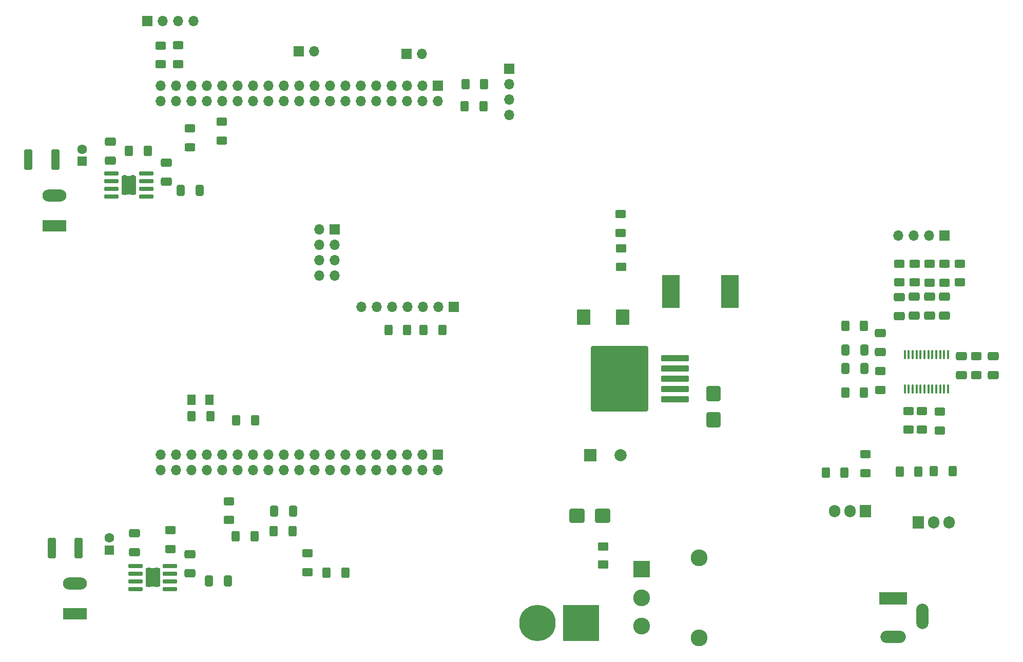
<source format=gbr>
%TF.GenerationSoftware,KiCad,Pcbnew,(7.0.0)*%
%TF.CreationDate,2023-05-15T14:27:38+03:00*%
%TF.ProjectId,ESP,4553502e-6b69-4636-9164-5f7063625858,rev?*%
%TF.SameCoordinates,Original*%
%TF.FileFunction,Soldermask,Top*%
%TF.FilePolarity,Negative*%
%FSLAX46Y46*%
G04 Gerber Fmt 4.6, Leading zero omitted, Abs format (unit mm)*
G04 Created by KiCad (PCBNEW (7.0.0)) date 2023-05-15 14:27:38*
%MOMM*%
%LPD*%
G01*
G04 APERTURE LIST*
G04 Aperture macros list*
%AMRoundRect*
0 Rectangle with rounded corners*
0 $1 Rounding radius*
0 $2 $3 $4 $5 $6 $7 $8 $9 X,Y pos of 4 corners*
0 Add a 4 corners polygon primitive as box body*
4,1,4,$2,$3,$4,$5,$6,$7,$8,$9,$2,$3,0*
0 Add four circle primitives for the rounded corners*
1,1,$1+$1,$2,$3*
1,1,$1+$1,$4,$5*
1,1,$1+$1,$6,$7*
1,1,$1+$1,$8,$9*
0 Add four rect primitives between the rounded corners*
20,1,$1+$1,$2,$3,$4,$5,0*
20,1,$1+$1,$4,$5,$6,$7,0*
20,1,$1+$1,$6,$7,$8,$9,0*
20,1,$1+$1,$8,$9,$2,$3,0*%
G04 Aperture macros list end*
%ADD10RoundRect,0.250000X0.625000X-0.400000X0.625000X0.400000X-0.625000X0.400000X-0.625000X-0.400000X0*%
%ADD11RoundRect,0.250000X0.412500X0.650000X-0.412500X0.650000X-0.412500X-0.650000X0.412500X-0.650000X0*%
%ADD12RoundRect,0.250000X-0.400000X-1.450000X0.400000X-1.450000X0.400000X1.450000X-0.400000X1.450000X0*%
%ADD13R,1.905000X2.000000*%
%ADD14O,1.905000X2.000000*%
%ADD15RoundRect,0.250000X2.050000X0.300000X-2.050000X0.300000X-2.050000X-0.300000X2.050000X-0.300000X0*%
%ADD16RoundRect,0.250002X4.449998X5.149998X-4.449998X5.149998X-4.449998X-5.149998X4.449998X-5.149998X0*%
%ADD17RoundRect,0.250000X-0.400000X-0.625000X0.400000X-0.625000X0.400000X0.625000X-0.400000X0.625000X0*%
%ADD18RoundRect,0.250000X-0.625000X0.400000X-0.625000X-0.400000X0.625000X-0.400000X0.625000X0.400000X0*%
%ADD19RoundRect,0.250000X0.650000X-0.412500X0.650000X0.412500X-0.650000X0.412500X-0.650000X-0.412500X0*%
%ADD20RoundRect,0.250000X0.400000X0.625000X-0.400000X0.625000X-0.400000X-0.625000X0.400000X-0.625000X0*%
%ADD21R,2.775000X2.775000*%
%ADD22C,2.775000*%
%ADD23R,1.700000X1.700000*%
%ADD24O,1.700000X1.700000*%
%ADD25R,1.600000X1.600000*%
%ADD26C,1.600000*%
%ADD27C,6.000000*%
%ADD28R,6.000000X6.000000*%
%ADD29RoundRect,0.250000X0.875000X1.025000X-0.875000X1.025000X-0.875000X-1.025000X0.875000X-1.025000X0*%
%ADD30RoundRect,0.250000X-1.000000X-0.900000X1.000000X-0.900000X1.000000X0.900000X-1.000000X0.900000X0*%
%ADD31R,2.000000X2.000000*%
%ADD32C,2.000000*%
%ADD33RoundRect,0.250001X-0.624999X0.462499X-0.624999X-0.462499X0.624999X-0.462499X0.624999X0.462499X0*%
%ADD34R,2.900000X5.400000*%
%ADD35R,2.400000X3.100000*%
%ADD36RoundRect,0.070000X1.100000X0.250000X-1.100000X0.250000X-1.100000X-0.250000X1.100000X-0.250000X0*%
%ADD37C,0.770000*%
%ADD38RoundRect,0.250000X-0.650000X0.412500X-0.650000X-0.412500X0.650000X-0.412500X0.650000X0.412500X0*%
%ADD39RoundRect,0.250001X0.624999X-0.462499X0.624999X0.462499X-0.624999X0.462499X-0.624999X-0.462499X0*%
%ADD40RoundRect,0.100000X-0.100000X0.637500X-0.100000X-0.637500X0.100000X-0.637500X0.100000X0.637500X0*%
%ADD41R,3.960000X1.980000*%
%ADD42O,3.960000X1.980000*%
%ADD43RoundRect,0.250000X-0.900000X1.000000X-0.900000X-1.000000X0.900000X-1.000000X0.900000X1.000000X0*%
%ADD44RoundRect,0.250000X-0.412500X-0.650000X0.412500X-0.650000X0.412500X0.650000X-0.412500X0.650000X0*%
%ADD45R,4.600000X2.000000*%
%ADD46O,4.200000X2.000000*%
%ADD47O,2.000000X4.200000*%
%ADD48RoundRect,0.250001X0.462499X0.624999X-0.462499X0.624999X-0.462499X-0.624999X0.462499X-0.624999X0*%
G04 APERTURE END LIST*
D10*
%TO.C,R19*%
X83100000Y-126850000D03*
X83100000Y-123750000D03*
%TD*%
D11*
%TO.C,C12*%
X103362500Y-120600000D03*
X100237500Y-120600000D03*
%TD*%
D12*
%TO.C,F2*%
X59665000Y-62550000D03*
X64115000Y-62550000D03*
%TD*%
D13*
%TO.C,Q6*%
X197779999Y-120537499D03*
D14*
X195239999Y-120537499D03*
X192699999Y-120537499D03*
%TD*%
D11*
%TO.C,C21*%
X197540000Y-94007500D03*
X194415000Y-94007500D03*
%TD*%
D15*
%TO.C,U5*%
X166375000Y-102125000D03*
X166375000Y-100425000D03*
X166375000Y-98725000D03*
D16*
X157225000Y-98725000D03*
D15*
X166375000Y-97025000D03*
X166375000Y-95325000D03*
%TD*%
D17*
%TO.C,R33*%
X191190000Y-114232500D03*
X194290000Y-114232500D03*
%TD*%
D18*
%TO.C,R24*%
X204815000Y-104045000D03*
X204815000Y-107145000D03*
%TD*%
D19*
%TO.C,C8*%
X77200000Y-127362500D03*
X77200000Y-124237500D03*
%TD*%
D18*
%TO.C,R26*%
X200215000Y-97457500D03*
X200215000Y-100557500D03*
%TD*%
D20*
%TO.C,R25*%
X197515000Y-101007500D03*
X194415000Y-101007500D03*
%TD*%
D21*
%TO.C,SW1*%
X160809999Y-130174999D03*
D22*
X160810000Y-134875000D03*
X160810000Y-139575000D03*
X170340000Y-128270000D03*
X170340000Y-141480000D03*
%TD*%
D23*
%TO.C,J12*%
X104299999Y-44699999D03*
D24*
X106839999Y-44699999D03*
%TD*%
D25*
%TO.C,C9*%
X73024999Y-126999999D03*
D26*
X73025000Y-125000000D03*
%TD*%
D20*
%TO.C,R7*%
X127950000Y-90670000D03*
X124850000Y-90670000D03*
%TD*%
D27*
%TO.C,J6*%
X143670000Y-139000000D03*
D28*
X150869999Y-138999999D03*
%TD*%
D20*
%TO.C,R3k1*%
X97000000Y-124700000D03*
X93900000Y-124700000D03*
%TD*%
D23*
%TO.C,J2*%
X129839999Y-86869999D03*
D24*
X127299999Y-86869999D03*
X124759999Y-86869999D03*
X122219999Y-86869999D03*
X119679999Y-86869999D03*
X117139999Y-86869999D03*
X114599999Y-86869999D03*
%TD*%
D17*
%TO.C,R10*%
X93970000Y-105600000D03*
X97070000Y-105600000D03*
%TD*%
D18*
%TO.C,R17*%
X92800000Y-118950000D03*
X92800000Y-122050000D03*
%TD*%
D10*
%TO.C,R15*%
X84400000Y-46800000D03*
X84400000Y-43700000D03*
%TD*%
D23*
%TO.C,J3*%
X210814999Y-75094999D03*
D24*
X208274999Y-75094999D03*
X205734999Y-75094999D03*
X203194999Y-75094999D03*
%TD*%
D18*
%TO.C,R9*%
X203315000Y-79745000D03*
X203315000Y-82845000D03*
%TD*%
D29*
%TO.C,C11*%
X157700000Y-88600000D03*
X151300000Y-88600000D03*
%TD*%
D20*
%TO.C,R16*%
X79350000Y-61100000D03*
X76250000Y-61100000D03*
%TD*%
D18*
%TO.C,R29*%
X216065000Y-95045000D03*
X216065000Y-98145000D03*
%TD*%
D23*
%TO.C,J11*%
X122059999Y-45174999D03*
D24*
X124599999Y-45174999D03*
%TD*%
D12*
%TO.C,F3*%
X63525000Y-126650000D03*
X67975000Y-126650000D03*
%TD*%
D30*
%TO.C,D6*%
X150125000Y-121375000D03*
X154425000Y-121375000D03*
%TD*%
D18*
%TO.C,R21*%
X91600000Y-56350000D03*
X91600000Y-59450000D03*
%TD*%
D17*
%TO.C,R23*%
X131750000Y-50100000D03*
X134850000Y-50100000D03*
%TD*%
D31*
%TO.C,C7*%
X152324999Y-111374999D03*
D32*
X157325000Y-111375000D03*
%TD*%
D10*
%TO.C,R11*%
X213315000Y-82845000D03*
X213315000Y-79745000D03*
%TD*%
D18*
%TO.C,R3*%
X209990000Y-104182500D03*
X209990000Y-107282500D03*
%TD*%
D33*
%TO.C,D2*%
X157432045Y-77263234D03*
X157432045Y-80238234D03*
%TD*%
D18*
%TO.C,R28*%
X207065000Y-104045000D03*
X207065000Y-107145000D03*
%TD*%
D34*
%TO.C,L1*%
X175379999Y-84369999D03*
X165679999Y-84369999D03*
%TD*%
D20*
%TO.C,R31*%
X206490000Y-114082500D03*
X203390000Y-114082500D03*
%TD*%
D19*
%TO.C,C19*%
X200215000Y-94320000D03*
X200215000Y-91195000D03*
%TD*%
%TO.C,C18*%
X213565000Y-98157500D03*
X213565000Y-95032500D03*
%TD*%
D17*
%TO.C,R22*%
X131650000Y-53800000D03*
X134750000Y-53800000D03*
%TD*%
D35*
%TO.C,U4*%
X76249999Y-66799999D03*
D36*
X79125000Y-68705000D03*
X79125000Y-67435000D03*
X79125000Y-66165000D03*
X79125000Y-64895000D03*
X73375000Y-64895000D03*
X73375000Y-66165000D03*
X73375000Y-67435000D03*
X73375000Y-68705000D03*
D37*
X76900000Y-68100000D03*
X76900000Y-66800000D03*
X76900000Y-65500000D03*
X75600000Y-68100000D03*
X75600000Y-66800000D03*
X75600000Y-65500000D03*
%TD*%
D18*
%TO.C,R2*%
X210815000Y-79795000D03*
X210815000Y-82895000D03*
%TD*%
D20*
%TO.C,R27*%
X197515000Y-90007500D03*
X194415000Y-90007500D03*
%TD*%
D19*
%TO.C,C4*%
X73200000Y-62762500D03*
X73200000Y-59637500D03*
%TD*%
D23*
%TO.C,J7*%
X79299999Y-39699999D03*
D24*
X81839999Y-39699999D03*
X84379999Y-39699999D03*
X86919999Y-39699999D03*
%TD*%
D23*
%TO.C,J15*%
X138999999Y-47559999D03*
D24*
X138999999Y-50099999D03*
X138999999Y-52639999D03*
X138999999Y-55179999D03*
%TD*%
D17*
%TO.C,R1*%
X119050000Y-90670000D03*
X122150000Y-90670000D03*
%TD*%
D38*
%TO.C,C16*%
X205815000Y-85220000D03*
X205815000Y-88345000D03*
%TD*%
%TO.C,C1*%
X218815000Y-95032500D03*
X218815000Y-98157500D03*
%TD*%
D39*
%TO.C,F1*%
X154500000Y-129387500D03*
X154500000Y-126412500D03*
%TD*%
D38*
%TO.C,C3*%
X208315000Y-85220000D03*
X208315000Y-88345000D03*
%TD*%
D17*
%TO.C,R8*%
X86570000Y-104900000D03*
X89670000Y-104900000D03*
%TD*%
D40*
%TO.C,U1*%
X211390000Y-94732500D03*
X210740000Y-94732500D03*
X210090000Y-94732500D03*
X209440000Y-94732500D03*
X208790000Y-94732500D03*
X208140000Y-94732500D03*
X207490000Y-94732500D03*
X206840000Y-94732500D03*
X206190000Y-94732500D03*
X205540000Y-94732500D03*
X204890000Y-94732500D03*
X204240000Y-94732500D03*
X204240000Y-100457500D03*
X204890000Y-100457500D03*
X205540000Y-100457500D03*
X206190000Y-100457500D03*
X206840000Y-100457500D03*
X207490000Y-100457500D03*
X208140000Y-100457500D03*
X208790000Y-100457500D03*
X209440000Y-100457500D03*
X210090000Y-100457500D03*
X210740000Y-100457500D03*
X211390000Y-100457500D03*
%TD*%
D35*
%TO.C,U6*%
X80187499Y-131499999D03*
D36*
X83062500Y-133405000D03*
X83062500Y-132135000D03*
X83062500Y-130865000D03*
X83062500Y-129595000D03*
X77312500Y-129595000D03*
X77312500Y-130865000D03*
X77312500Y-132135000D03*
X77312500Y-133405000D03*
D37*
X80837500Y-132800000D03*
X80837500Y-131500000D03*
X80837500Y-130200000D03*
X79537500Y-132800000D03*
X79537500Y-131500000D03*
X79537500Y-130200000D03*
%TD*%
D10*
%TO.C,R12*%
X105700000Y-130650000D03*
X105700000Y-127550000D03*
%TD*%
D41*
%TO.C,J4*%
X67349999Y-137539999D03*
D42*
X67349999Y-132539999D03*
%TD*%
D20*
%TO.C,R13*%
X103250000Y-123900000D03*
X100150000Y-123900000D03*
%TD*%
D43*
%TO.C,D1*%
X172670000Y-101220000D03*
X172670000Y-105520000D03*
%TD*%
D10*
%TO.C,R32*%
X197740000Y-114282500D03*
X197740000Y-111182500D03*
%TD*%
D38*
%TO.C,C2*%
X210815000Y-85220000D03*
X210815000Y-88345000D03*
%TD*%
D10*
%TO.C,R4*%
X157400000Y-74650000D03*
X157400000Y-71550000D03*
%TD*%
D18*
%TO.C,R5*%
X208315000Y-79795000D03*
X208315000Y-82895000D03*
%TD*%
%TO.C,R20*%
X86300000Y-57450000D03*
X86300000Y-60550000D03*
%TD*%
D20*
%TO.C,R30*%
X212140000Y-113992500D03*
X209040000Y-113992500D03*
%TD*%
D11*
%TO.C,C20*%
X197540000Y-97007500D03*
X194415000Y-97007500D03*
%TD*%
D44*
%TO.C,C15*%
X89487500Y-132100000D03*
X92612500Y-132100000D03*
%TD*%
%TO.C,C14*%
X84837500Y-67700000D03*
X87962500Y-67700000D03*
%TD*%
D25*
%TO.C,C6*%
X68579999Y-62864999D03*
D26*
X68580000Y-60865000D03*
%TD*%
D13*
%TO.C,Q5*%
X206459999Y-122427499D03*
D14*
X208999999Y-122427499D03*
X211539999Y-122427499D03*
%TD*%
D20*
%TO.C,R14*%
X111950000Y-130700000D03*
X108850000Y-130700000D03*
%TD*%
D19*
%TO.C,C5*%
X82400000Y-66200000D03*
X82400000Y-63075000D03*
%TD*%
D41*
%TO.C,J5*%
X63989999Y-73529999D03*
D42*
X63989999Y-68529999D03*
%TD*%
D10*
%TO.C,R18*%
X81500000Y-46850000D03*
X81500000Y-43750000D03*
%TD*%
D19*
%TO.C,C10*%
X86350000Y-130825000D03*
X86350000Y-127700000D03*
%TD*%
%TO.C,C17*%
X203315000Y-88407500D03*
X203315000Y-85282500D03*
%TD*%
D23*
%TO.C,J9*%
X110229999Y-74099999D03*
D24*
X107689999Y-74099999D03*
X110229999Y-76639999D03*
X107689999Y-76639999D03*
X110229999Y-79179999D03*
X107689999Y-79179999D03*
X110229999Y-81719999D03*
X107689999Y-81719999D03*
%TD*%
D18*
%TO.C,R6*%
X205833234Y-79745000D03*
X205833234Y-82845000D03*
%TD*%
D45*
%TO.C,J1*%
X202349999Y-134999999D03*
D46*
X202349999Y-141299999D03*
D47*
X207149999Y-137899999D03*
%TD*%
D48*
%TO.C,D4*%
X89520000Y-102200000D03*
X86545000Y-102200000D03*
%TD*%
D23*
%TO.C,J16*%
X127199999Y-111299999D03*
D24*
X127199999Y-113839999D03*
X124659999Y-111299999D03*
X124659999Y-113839999D03*
X122119999Y-111299999D03*
X122119999Y-113839999D03*
X119579999Y-111299999D03*
X119579999Y-113839999D03*
X117039999Y-111299999D03*
X117039999Y-113839999D03*
X114499999Y-111299999D03*
X114499999Y-113839999D03*
X111959999Y-111299999D03*
X111959999Y-113839999D03*
X109419999Y-111299999D03*
X109419999Y-113839999D03*
X106879999Y-111299999D03*
X106879999Y-113839999D03*
X104339999Y-111299999D03*
X104339999Y-113839999D03*
X101799999Y-111299999D03*
X101799999Y-113839999D03*
X99259999Y-111299999D03*
X99259999Y-113839999D03*
X96719999Y-111299999D03*
X96719999Y-113839999D03*
X94179999Y-111299999D03*
X94179999Y-113839999D03*
X91639999Y-111299999D03*
X91639999Y-113839999D03*
X89099999Y-111299999D03*
X89099999Y-113839999D03*
X86559999Y-111299999D03*
X86559999Y-113839999D03*
X84019999Y-111299999D03*
X84019999Y-113839999D03*
X81479999Y-111299999D03*
X81479999Y-113839999D03*
%TD*%
D23*
%TO.C,J14*%
X127179999Y-50359999D03*
D24*
X127179999Y-52899999D03*
X124639999Y-50359999D03*
X124639999Y-52899999D03*
X122099999Y-50359999D03*
X122099999Y-52899999D03*
X119559999Y-50359999D03*
X119559999Y-52899999D03*
X117019999Y-50359999D03*
X117019999Y-52899999D03*
X114479999Y-50359999D03*
X114479999Y-52899999D03*
X111939999Y-50359999D03*
X111939999Y-52899999D03*
X109399999Y-50359999D03*
X109399999Y-52899999D03*
X106859999Y-50359999D03*
X106859999Y-52899999D03*
X104319999Y-50359999D03*
X104319999Y-52899999D03*
X101779999Y-50359999D03*
X101779999Y-52899999D03*
X99239999Y-50359999D03*
X99239999Y-52899999D03*
X96699999Y-50359999D03*
X96699999Y-52899999D03*
X94159999Y-50359999D03*
X94159999Y-52899999D03*
X91619999Y-50359999D03*
X91619999Y-52899999D03*
X89079999Y-50359999D03*
X89079999Y-52899999D03*
X86539999Y-50359999D03*
X86539999Y-52899999D03*
X83999999Y-50359999D03*
X83999999Y-52899999D03*
X81459999Y-50359999D03*
X81459999Y-52899999D03*
%TD*%
M02*

</source>
